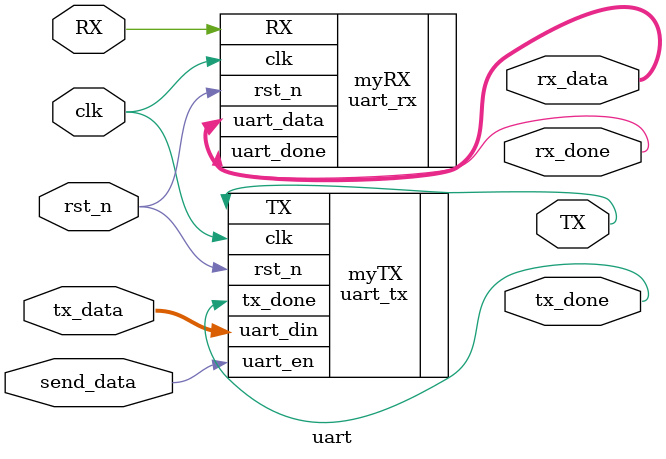
<source format=sv>
module uart # (
	parameter	CLK_FREQ = 5e7,
	parameter	UART_BPS = 9600
) (
	input	logic			clk,
	input	logic			rst_n,
	input	logic			RX,
	input	logic			send_data,
	input	logic	[7:0]	tx_data,
	
	output	logic			TX,
	output	logic			rx_done,
	output	logic			tx_done,
	output	logic	[7:0]	rx_data
);

	uart_rx # (
		.CLK_FREQ	(CLK_FREQ),
		.UART_BPS	(UART_BPS)
	) myRX (
		.clk		(clk),
		.rst_n		(rst_n),
		.RX			(RX),
		.uart_done	(rx_done),
		.uart_data	(rx_data)
	);

	uart_tx # (
		.CLK_FREQ	(CLK_FREQ),
		.UART_BPS	(UART_BPS)
	) myTX (
		.clk		(clk),
		.rst_n		(rst_n),
		.uart_en	(send_data),
		.uart_din	(tx_data),
		.TX			(TX),
		.tx_done	(tx_done)
	);

endmodule : uart

</source>
